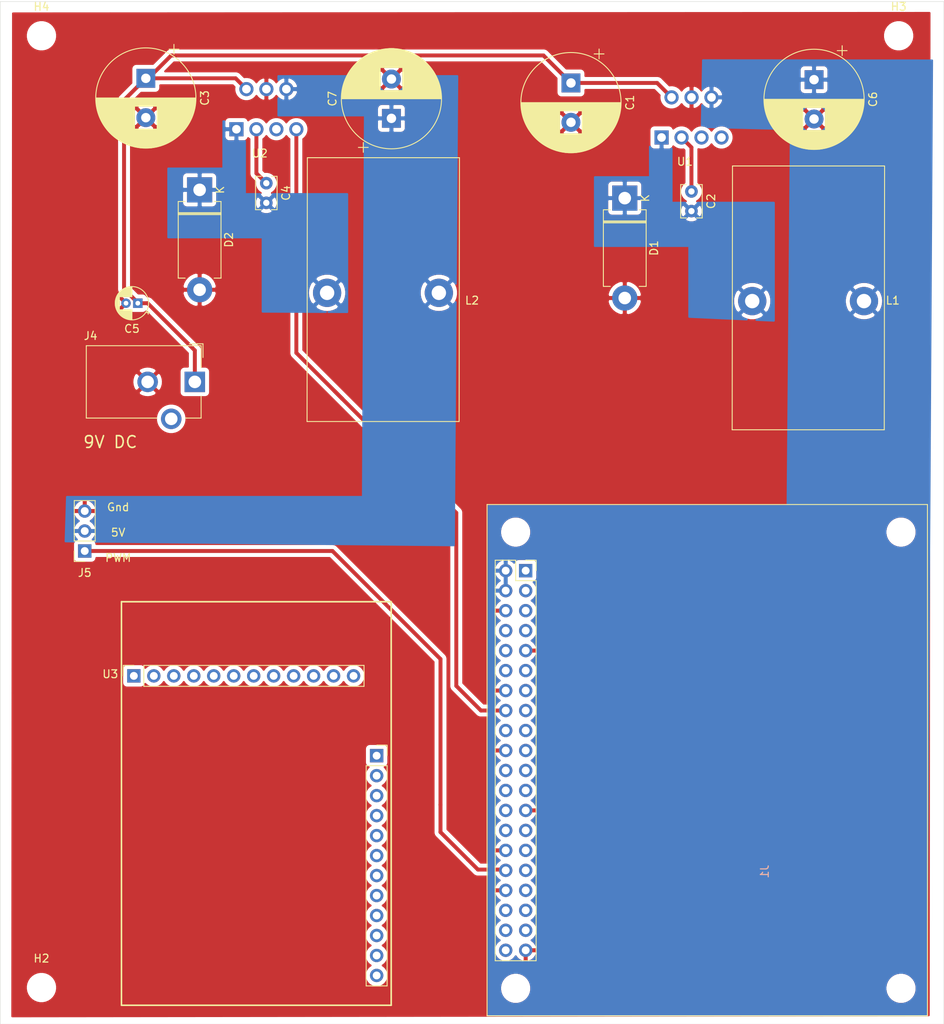
<source format=kicad_pcb>
(kicad_pcb (version 20171130) (host pcbnew "(5.1.9)-1")
  (layers (0 F.Cu signal) (31 B.Cu signal) (34 B.Paste user) (35 F.Paste user) (36 B.SilkS user) (37 F.SilkS user) (38 B.Mask user) (39 F.Mask user) (44 Edge.Cuts user))
  (net 0 "")
  (net 1 "Net-(J1-Pad40)")
  (net 2 "Net-(J1-Pad38)")
  (net 3 "Net-(J1-Pad37)")
  (net 4 "Net-(J1-Pad36)")
  (net 5 "Net-(J1-Pad35)")
  (net 6 "Net-(J1-Pad33)")
  (net 7 "Net-(J1-Pad31)")
  (net 8 "Net-(J1-Pad29)")
  (net 9 "Net-(J1-Pad28)")
  (net 10 "Net-(J1-Pad27)")
  (net 11 "Net-(J1-Pad26)")
  (net 12 "Net-(J1-Pad24)")
  (net 13 "Net-(J1-Pad23)")
  (net 14 "Net-(J1-Pad22)")
  (net 15 "Net-(J1-Pad21)")
  (net 16 "Net-(J1-Pad19)")
  (net 17 "Net-(J1-Pad18)")
  (net 18 "Net-(J1-Pad17)")
  (net 19 "Net-(J1-Pad15)")
  (net 20 "Net-(J1-Pad13)")
  (net 21 "Net-(J1-Pad12)")
  (net 22 "Net-(J1-Pad11)")
  (net 23 "Net-(J1-Pad10)")
  (net 24 "Net-(J1-Pad8)")
  (net 25 "Net-(J1-Pad7)")
  (net 26 "Net-(J1-Pad5)")
  (net 27 "Net-(J1-Pad3)")
  (net 28 "Net-(J1-Pad1)")
  (net 29 "Net-(J4-Pad3)")
  (net 30 /9V)
  (net 31 /V_servo)
  (net 32 GND)
  (net 33 /5V)
  (net 34 /PWM)
  (net 35 "Net-(U3-Pad3)")
  (net 36 "Net-(U3-Pad12)")
  (net 37 "Net-(U3-Pad4)")
  (net 38 "Net-(U3-Pad5)")
  (net 39 "Net-(U3-Pad11)")
  (net 40 "Net-(U3-Pad1)")
  (net 41 "Net-(U3-Pad8)")
  (net 42 "Net-(U3-Pad7)")
  (net 43 "Net-(U3-Pad6)")
  (net 44 "Net-(U3-Pad10)")
  (net 45 "Net-(U3-Pad9)")
  (net 46 "Net-(U3-Pad2)")
  (net 47 "Net-(U3-Pad15)")
  (net 48 "Net-(U3-Pad24)")
  (net 49 "Net-(U3-Pad16)")
  (net 50 "Net-(U3-Pad17)")
  (net 51 "Net-(U3-Pad23)")
  (net 52 "Net-(U3-Pad13)")
  (net 53 "Net-(U3-Pad20)")
  (net 54 "Net-(U3-Pad19)")
  (net 55 "Net-(U3-Pad18)")
  (net 56 "Net-(U3-Pad22)")
  (net 57 "Net-(U3-Pad21)")
  (net 58 "Net-(U3-Pad14)")
  (net 59 "Net-(C4-Pad2)")
  (net 60 "Net-(C2-Pad2)")
  (net 61 "Net-(C2-Pad1)")
  (net 62 "Net-(C4-Pad1)")
  (net 63 "Net-(U1-Pad7)")
  (net 64 "Net-(U1-Pad5)")
  (net 65 "Net-(U2-Pad5)")
  (net 66 /Servo_OnOff)
  (module controller:LM2676 (layer F.Cu) (at 64.87 72.46)
    (fp_text reference U2 (at -1.86 6.84) (layer F.SilkS))
    (fp_text value LM2676)
    (pad 6 thru_hole oval (at 1.52 -1.33) (size 1.8 1.8) (drill 1.1) (layers *.Cu *.Mask) (net 31 /V_servo))
    (pad 4 thru_hole oval (at -1.02 -1.33) (size 1.8 1.8) (drill 1.1) (layers *.Cu *.Mask) (net 32 GND))
    (pad 2 thru_hole oval (at -3.56 -1.33) (size 1.8 1.8) (drill 1.1) (layers *.Cu *.Mask) (net 30 /9V))
    (pad 5 thru_hole oval (at 0.25 3.77) (size 1.8 1.8) (drill 1.1) (layers *.Cu *.Mask) (net 65 "Net-(U2-Pad5)"))
    (pad 3 thru_hole oval (at -2.29 3.77) (size 1.8 1.8) (drill 1.1) (layers *.Cu *.Mask) (net 62 "Net-(C4-Pad1)"))
    (pad 1 thru_hole rect (at -4.83 3.77) (size 1.8 1.8) (drill 1.1) (layers *.Cu *.Mask) (net 59 "Net-(C4-Pad2)"))
    (pad 7 thru_hole oval (at 2.79 3.77) (size 1.8 1.8) (drill 1.1) (layers *.Cu *.Mask) (net 66 /Servo_OnOff))
  )
  (module controller:LM2676 (layer F.Cu) (at 118.93 73.51)
    (fp_text reference U1 (at -1.86 6.84) (layer F.SilkS))
    (fp_text value LM2676)
    (pad 6 thru_hole oval (at 1.52 -1.33) (size 1.8 1.8) (drill 1.1) (layers *.Cu *.Mask) (net 33 /5V))
    (pad 4 thru_hole oval (at -1.02 -1.33) (size 1.8 1.8) (drill 1.1) (layers *.Cu *.Mask) (net 32 GND))
    (pad 2 thru_hole oval (at -3.56 -1.33) (size 1.8 1.8) (drill 1.1) (layers *.Cu *.Mask) (net 30 /9V))
    (pad 5 thru_hole oval (at 0.25 3.77) (size 1.8 1.8) (drill 1.1) (layers *.Cu *.Mask) (net 64 "Net-(U1-Pad5)"))
    (pad 3 thru_hole oval (at -2.29 3.77) (size 1.8 1.8) (drill 1.1) (layers *.Cu *.Mask) (net 61 "Net-(C2-Pad1)"))
    (pad 1 thru_hole rect (at -4.83 3.77) (size 1.8 1.8) (drill 1.1) (layers *.Cu *.Mask) (net 60 "Net-(C2-Pad2)"))
    (pad 7 thru_hole oval (at 2.79 3.77) (size 1.8 1.8) (drill 1.1) (layers *.Cu *.Mask) (net 63 "Net-(U1-Pad7)"))
  )
  (module controller:Rpi_4 (layer B.Cu) (at 121.5 154.5)
    (fp_text reference J1 (at 5.713 16.0972 90) (layer B.SilkS) (effects (justify mirror)))
    (fp_text value Raspberry_Pi_2_3)
    (pad "" np_thru_hole circle (at 23.05 30.95 270) (size 2.7 2.7) (drill 2.7) (layers *.Cu *.Mask))
    (pad "" np_thru_hole circle (at 23.05 -27.05 270) (size 2.7 2.7) (drill 2.7) (layers *.Cu *.Mask))
    (pad "" np_thru_hole circle (at -25.95 30.95 270) (size 2.7 2.7) (drill 2.7) (layers *.Cu *.Mask))
    (pad "" np_thru_hole circle (at -25.95 -27.05 270) (size 2.7 2.7) (drill 2.7) (layers *.Cu *.Mask))
    (pad 24 thru_hole oval (at -27.22 5.79 180) (size 1.7 1.7) (drill 1) (layers *.Cu *.Mask) (net 12 "Net-(J1-Pad24)"))
    (pad 27 thru_hole oval (at -24.68 10.87 180) (size 1.7 1.7) (drill 1) (layers *.Cu *.Mask) (net 10 "Net-(J1-Pad27)"))
    (pad 15 thru_hole oval (at -24.68 -4.37 180) (size 1.7 1.7) (drill 1) (layers *.Cu *.Mask) (net 19 "Net-(J1-Pad15)"))
    (pad 35 thru_hole oval (at -24.68 21.03 180) (size 1.7 1.7) (drill 1) (layers *.Cu *.Mask) (net 5 "Net-(J1-Pad35)"))
    (pad 5 thru_hole oval (at -24.68 -17.07 180) (size 1.7 1.7) (drill 1) (layers *.Cu *.Mask) (net 26 "Net-(J1-Pad5)"))
    (pad 34 thru_hole oval (at -27.22 18.49 180) (size 1.7 1.7) (drill 1) (layers *.Cu *.Mask) (net 32 GND))
    (pad 36 thru_hole oval (at -27.22 21.03 180) (size 1.7 1.7) (drill 1) (layers *.Cu *.Mask) (net 4 "Net-(J1-Pad36)"))
    (pad 20 thru_hole oval (at -27.22 0.71 180) (size 1.7 1.7) (drill 1) (layers *.Cu *.Mask) (net 32 GND))
    (pad 25 thru_hole oval (at -24.68 8.33 180) (size 1.7 1.7) (drill 1) (layers *.Cu *.Mask) (net 32 GND))
    (pad 9 thru_hole oval (at -24.68 -11.99 180) (size 1.7 1.7) (drill 1) (layers *.Cu *.Mask) (net 32 GND))
    (pad 4 thru_hole oval (at -27.22 -19.61 180) (size 1.7 1.7) (drill 1) (layers *.Cu *.Mask) (net 33 /5V))
    (pad 16 thru_hole oval (at -27.22 -4.37 180) (size 1.7 1.7) (drill 1) (layers *.Cu *.Mask) (net 66 /Servo_OnOff))
    (pad 11 thru_hole oval (at -24.68 -9.45 180) (size 1.7 1.7) (drill 1) (layers *.Cu *.Mask) (net 22 "Net-(J1-Pad11)"))
    (pad 30 thru_hole oval (at -27.22 13.41 180) (size 1.7 1.7) (drill 1) (layers *.Cu *.Mask) (net 32 GND))
    (pad 28 thru_hole oval (at -27.22 10.87 180) (size 1.7 1.7) (drill 1) (layers *.Cu *.Mask) (net 9 "Net-(J1-Pad28)"))
    (pad 17 thru_hole oval (at -24.68 -1.83 180) (size 1.7 1.7) (drill 1) (layers *.Cu *.Mask) (net 18 "Net-(J1-Pad17)"))
    (pad 32 thru_hole oval (at -27.22 15.95 180) (size 1.7 1.7) (drill 1) (layers *.Cu *.Mask) (net 34 /PWM))
    (pad 2 thru_hole oval (at -27.22 -22.15 180) (size 1.7 1.7) (drill 1) (layers *.Cu *.Mask) (net 33 /5V))
    (pad 13 thru_hole oval (at -24.68 -6.91 180) (size 1.7 1.7) (drill 1) (layers *.Cu *.Mask) (net 20 "Net-(J1-Pad13)"))
    (pad 22 thru_hole oval (at -27.22 3.25 180) (size 1.7 1.7) (drill 1) (layers *.Cu *.Mask) (net 14 "Net-(J1-Pad22)"))
    (pad 3 thru_hole oval (at -24.68 -19.61 180) (size 1.7 1.7) (drill 1) (layers *.Cu *.Mask) (net 27 "Net-(J1-Pad3)"))
    (pad 12 thru_hole oval (at -27.22 -9.45 180) (size 1.7 1.7) (drill 1) (layers *.Cu *.Mask) (net 21 "Net-(J1-Pad12)"))
    (pad 31 thru_hole oval (at -24.68 15.95 180) (size 1.7 1.7) (drill 1) (layers *.Cu *.Mask) (net 7 "Net-(J1-Pad31)"))
    (pad 21 thru_hole oval (at -24.68 3.25 180) (size 1.7 1.7) (drill 1) (layers *.Cu *.Mask) (net 15 "Net-(J1-Pad21)"))
    (pad 18 thru_hole oval (at -27.22 -1.83 180) (size 1.7 1.7) (drill 1) (layers *.Cu *.Mask) (net 17 "Net-(J1-Pad18)"))
    (pad 19 thru_hole oval (at -24.68 0.71 180) (size 1.7 1.7) (drill 1) (layers *.Cu *.Mask) (net 16 "Net-(J1-Pad19)"))
    (pad 29 thru_hole oval (at -24.68 13.41 180) (size 1.7 1.7) (drill 1) (layers *.Cu *.Mask) (net 8 "Net-(J1-Pad29)"))
    (pad 7 thru_hole oval (at -24.68 -14.53 180) (size 1.7 1.7) (drill 1) (layers *.Cu *.Mask) (net 25 "Net-(J1-Pad7)"))
    (pad 40 thru_hole oval (at -27.22 26.11 180) (size 1.7 1.7) (drill 1) (layers *.Cu *.Mask) (net 1 "Net-(J1-Pad40)"))
    (pad 37 thru_hole oval (at -24.68 23.57 180) (size 1.7 1.7) (drill 1) (layers *.Cu *.Mask) (net 3 "Net-(J1-Pad37)"))
    (pad 10 thru_hole oval (at -27.22 -11.99 180) (size 1.7 1.7) (drill 1) (layers *.Cu *.Mask) (net 23 "Net-(J1-Pad10)"))
    (pad 33 thru_hole oval (at -24.68 18.49 180) (size 1.7 1.7) (drill 1) (layers *.Cu *.Mask) (net 6 "Net-(J1-Pad33)"))
    (pad 26 thru_hole oval (at -27.22 8.33 180) (size 1.7 1.7) (drill 1) (layers *.Cu *.Mask) (net 11 "Net-(J1-Pad26)"))
    (pad 39 thru_hole oval (at -24.68 26.11 180) (size 1.7 1.7) (drill 1) (layers *.Cu *.Mask) (net 32 GND))
    (pad 38 thru_hole oval (at -27.22 23.57 180) (size 1.7 1.7) (drill 1) (layers *.Cu *.Mask) (net 2 "Net-(J1-Pad38)"))
    (pad 8 thru_hole oval (at -27.22 -14.53 180) (size 1.7 1.7) (drill 1) (layers *.Cu *.Mask) (net 24 "Net-(J1-Pad8)"))
    (pad 14 thru_hole oval (at -27.22 -6.91 180) (size 1.7 1.7) (drill 1) (layers *.Cu *.Mask) (net 32 GND))
    (pad 1 thru_hole rect (at -24.68 -22.15 180) (size 1.7 1.7) (drill 1) (layers *.Cu *.Mask) (net 28 "Net-(J1-Pad1)"))
    (pad 6 thru_hole oval (at -27.22 -17.07 180) (size 1.7 1.7) (drill 1) (layers *.Cu *.Mask) (net 32 GND))
    (pad 23 thru_hole oval (at -24.68 5.79 180) (size 1.7 1.7) (drill 1) (layers *.Cu *.Mask) (net 13 "Net-(J1-Pad23)"))
  )
  (module controller:Emstat3 (layer F.Cu) (at 60.25 158.85)
    (fp_text reference U3 (at -16.25 -13.35 180) (layer F.SilkS))
    (fp_text value emstat3)
    (pad 3 thru_hole oval (at -8.175 -13.125 90) (size 1.7 1.7) (drill 1) (layers *.Cu *.Mask) (net 35 "Net-(U3-Pad3)"))
    (pad 12 thru_hole oval (at 14.685 -13.125 90) (size 1.7 1.7) (drill 1) (layers *.Cu *.Mask) (net 36 "Net-(U3-Pad12)"))
    (pad 4 thru_hole oval (at -5.635 -13.125 90) (size 1.7 1.7) (drill 1) (layers *.Cu *.Mask) (net 37 "Net-(U3-Pad4)"))
    (pad 5 thru_hole oval (at -3.095 -13.125 90) (size 1.7 1.7) (drill 1) (layers *.Cu *.Mask) (net 38 "Net-(U3-Pad5)"))
    (pad 11 thru_hole oval (at 12.145 -13.125 90) (size 1.7 1.7) (drill 1) (layers *.Cu *.Mask) (net 39 "Net-(U3-Pad11)"))
    (pad 1 thru_hole rect (at -13.255 -13.125 90) (size 1.7 1.7) (drill 1) (layers *.Cu *.Mask) (net 40 "Net-(U3-Pad1)"))
    (pad 8 thru_hole oval (at 4.525 -13.125 90) (size 1.7 1.7) (drill 1) (layers *.Cu *.Mask) (net 41 "Net-(U3-Pad8)"))
    (pad 7 thru_hole oval (at 1.985 -13.125 90) (size 1.7 1.7) (drill 1) (layers *.Cu *.Mask) (net 42 "Net-(U3-Pad7)"))
    (pad 6 thru_hole oval (at -0.555 -13.125 90) (size 1.7 1.7) (drill 1) (layers *.Cu *.Mask) (net 43 "Net-(U3-Pad6)"))
    (pad 10 thru_hole oval (at 9.605 -13.125 90) (size 1.7 1.7) (drill 1) (layers *.Cu *.Mask) (net 44 "Net-(U3-Pad10)"))
    (pad 9 thru_hole oval (at 7.065 -13.125 90) (size 1.7 1.7) (drill 1) (layers *.Cu *.Mask) (net 45 "Net-(U3-Pad9)"))
    (pad 2 thru_hole oval (at -10.715 -13.125 90) (size 1.7 1.7) (drill 1) (layers *.Cu *.Mask) (net 46 "Net-(U3-Pad2)"))
    (pad 15 thru_hole oval (at 17.62 2.1) (size 1.7 1.7) (drill 1) (layers *.Cu *.Mask) (net 47 "Net-(U3-Pad15)"))
    (pad 24 thru_hole oval (at 17.62 24.96) (size 1.7 1.7) (drill 1) (layers *.Cu *.Mask) (net 48 "Net-(U3-Pad24)"))
    (pad 16 thru_hole oval (at 17.62 4.64) (size 1.7 1.7) (drill 1) (layers *.Cu *.Mask) (net 49 "Net-(U3-Pad16)"))
    (pad 17 thru_hole oval (at 17.62 7.18) (size 1.7 1.7) (drill 1) (layers *.Cu *.Mask) (net 50 "Net-(U3-Pad17)"))
    (pad 23 thru_hole oval (at 17.62 22.42) (size 1.7 1.7) (drill 1) (layers *.Cu *.Mask) (net 51 "Net-(U3-Pad23)"))
    (pad 13 thru_hole rect (at 17.62 -2.98) (size 1.7 1.7) (drill 1) (layers *.Cu *.Mask) (net 52 "Net-(U3-Pad13)"))
    (pad 20 thru_hole oval (at 17.62 14.8) (size 1.7 1.7) (drill 1) (layers *.Cu *.Mask) (net 53 "Net-(U3-Pad20)"))
    (pad 19 thru_hole oval (at 17.62 12.26) (size 1.7 1.7) (drill 1) (layers *.Cu *.Mask) (net 54 "Net-(U3-Pad19)"))
    (pad 18 thru_hole oval (at 17.62 9.72) (size 1.7 1.7) (drill 1) (layers *.Cu *.Mask) (net 55 "Net-(U3-Pad18)"))
    (pad 22 thru_hole oval (at 17.62 19.88) (size 1.7 1.7) (drill 1) (layers *.Cu *.Mask) (net 56 "Net-(U3-Pad22)"))
    (pad 21 thru_hole oval (at 17.62 17.34) (size 1.7 1.7) (drill 1) (layers *.Cu *.Mask) (net 57 "Net-(U3-Pad21)"))
    (pad 14 thru_hole oval (at 17.62 -0.44) (size 1.7 1.7) (drill 1) (layers *.Cu *.Mask) (net 58 "Net-(U3-Pad14)"))
  )
  (module controller:HCTI-15-18.0 (layer F.Cu) (at 129.14 98.25 270)
    (fp_text reference L1 (at -0.25 -14.36 180) (layer F.SilkS))
    (fp_text value 17u)
    (pad 1 thru_hole circle (at -0.17 -10.7 270) (size 3.6 3.6) (drill 1.8288) (layers *.Cu *.Mask) (net 33 /5V))
    (pad 2 thru_hole circle (at -0.17 3.51 270) (size 3.6 3.6) (drill 1.8288) (layers *.Cu *.Mask) (net 60 "Net-(C2-Pad2)"))
  )
  (module controller:HCTI-15-18.0 (layer F.Cu) (at 75.08 97.2 270)
    (fp_text reference L2 (at 0.8 -14.92 180) (layer F.SilkS))
    (fp_text value 17u)
    (pad 1 thru_hole circle (at -0.17 -10.7 270) (size 3.6 3.6) (drill 1.8288) (layers *.Cu *.Mask) (net 31 /V_servo))
    (pad 2 thru_hole circle (at -0.17 3.51 270) (size 3.6 3.6) (drill 1.8288) (layers *.Cu *.Mask) (net 59 "Net-(C4-Pad2)"))
  )
  (module MountingHole:MountingHole_2.7mm_M2.5 (layer F.Cu) (at 144.25 64.35)
    (fp_text reference H3 (at 0 -3.7) (layer F.SilkS))
    (fp_text value MountingHole)
    (pad 1 np_thru_hole circle (at 0 0) (size 2.7 2.7) (drill 2.7) (layers *.Cu *.Mask))
  )
  (module Connector_PinSocket_2.54mm:PinSocket_1x03_P2.54mm_Vertical (layer F.Cu) (at 40.75 129.85 180)
    (fp_text reference J5 (at 0 -2.77) (layer F.SilkS))
    (fp_text value Servo)
    (pad 3 thru_hole oval (at 0 5.08 180) (size 1.7 1.7) (drill 1) (layers *.Cu *.Mask) (net 32 GND))
    (pad 2 thru_hole oval (at 0 2.54 180) (size 1.7 1.7) (drill 1) (layers *.Cu *.Mask) (net 31 /V_servo))
    (pad 1 thru_hole rect (at 0 0 180) (size 1.7 1.7) (drill 1) (layers *.Cu *.Mask) (net 34 /PWM))
  )
  (module Diode_THT:D_DO-201AD_P12.70mm_Horizontal (layer F.Cu) (at 109.42 84.99 270)
    (fp_text reference D1 (at 6.35 -3.72 90) (layer F.SilkS))
    (fp_text value 20V)
    (fp_text user K (at 0 -2.6 90) (layer F.SilkS))
    (pad 1 thru_hole rect (at 0 0 270) (size 3.2 3.2) (drill 1.6) (layers *.Cu *.Mask) (net 60 "Net-(C2-Pad2)"))
    (pad 2 thru_hole oval (at 12.7 0 270) (size 3.2 3.2) (drill 1.6) (layers *.Cu *.Mask) (net 32 GND))
  )
  (module Capacitor_THT:CP_Radial_D12.5mm_P5.00mm (layer F.Cu) (at 102.58 70.35 270)
    (fp_text reference C1 (at 2.5 -7.5 90) (layer F.SilkS))
    (fp_text value 820u)
    (pad 1 thru_hole rect (at 0 0 270) (size 2.4 2.4) (drill 1.2) (layers *.Cu *.Mask) (net 30 /9V))
    (pad 2 thru_hole circle (at 5 0 270) (size 2.4 2.4) (drill 1.2) (layers *.Cu *.Mask) (net 32 GND))
  )
  (module Capacitor_THT:C_Rect_L4.0mm_W2.5mm_P2.50mm (layer F.Cu) (at 117.9 84.14 270)
    (fp_text reference C2 (at 1.25 -2.5 90) (layer F.SilkS))
    (fp_text value 0.01u)
    (pad 1 thru_hole circle (at 0 0 270) (size 1.6 1.6) (drill 0.8) (layers *.Cu *.Mask) (net 61 "Net-(C2-Pad1)"))
    (pad 2 thru_hole circle (at 2.5 0 270) (size 1.6 1.6) (drill 0.8) (layers *.Cu *.Mask) (net 60 "Net-(C2-Pad2)"))
  )
  (module Capacitor_THT:CP_Radial_D12.5mm_P5.00mm (layer F.Cu) (at 133.49 69.93 270)
    (fp_text reference C6 (at 2.5 -7.5 90) (layer F.SilkS))
    (fp_text value 820u)
    (pad 1 thru_hole rect (at 0 0 270) (size 2.4 2.4) (drill 1.2) (layers *.Cu *.Mask) (net 33 /5V))
    (pad 2 thru_hole circle (at 5 0 270) (size 2.4 2.4) (drill 1.2) (layers *.Cu *.Mask) (net 32 GND))
  )
  (module MountingHole:MountingHole_2.7mm_M2.5 (layer F.Cu) (at 35.25 64.35)
    (fp_text reference H4 (at 0 -3.7) (layer F.SilkS))
    (fp_text value MountingHole)
    (pad 1 np_thru_hole circle (at 0 0) (size 2.7 2.7) (drill 2.7) (layers *.Cu *.Mask))
  )
  (module MountingHole:MountingHole_2.7mm_M2.5 (layer F.Cu) (at 35.25 185.35)
    (fp_text reference H2 (at 0 -3.7) (layer F.SilkS))
    (fp_text value MountingHole)
    (pad 1 np_thru_hole circle (at 0 0) (size 2.7 2.7) (drill 2.7) (layers *.Cu *.Mask))
  )
  (module Diode_THT:D_DO-201AD_P12.70mm_Horizontal (layer F.Cu) (at 55.36 83.94 270)
    (fp_text reference D2 (at 6.35 -3.72 90) (layer F.SilkS))
    (fp_text value 20V)
    (fp_text user K (at 0 -2.6 90) (layer F.SilkS))
    (pad 2 thru_hole oval (at 12.7 0 270) (size 3.2 3.2) (drill 1.6) (layers *.Cu *.Mask) (net 32 GND))
    (pad 1 thru_hole rect (at 0 0 270) (size 3.2 3.2) (drill 1.6) (layers *.Cu *.Mask) (net 59 "Net-(C4-Pad2)"))
  )
  (module Capacitor_THT:CP_Radial_D12.5mm_P5.00mm (layer F.Cu) (at 79.75 74.85 90)
    (fp_text reference C7 (at 2.5 -7.5 90) (layer F.SilkS))
    (fp_text value 820u)
    (pad 2 thru_hole circle (at 5 0 90) (size 2.4 2.4) (drill 1.2) (layers *.Cu *.Mask) (net 32 GND))
    (pad 1 thru_hole rect (at 0 0 90) (size 2.4 2.4) (drill 1.2) (layers *.Cu *.Mask) (net 31 /V_servo))
  )
  (module Capacitor_THT:C_Rect_L4.0mm_W2.5mm_P2.50mm (layer F.Cu) (at 63.84 83.09 270)
    (fp_text reference C4 (at 1.25 -2.5 90) (layer F.SilkS))
    (fp_text value 0.01u)
    (pad 2 thru_hole circle (at 2.5 0 270) (size 1.6 1.6) (drill 0.8) (layers *.Cu *.Mask) (net 59 "Net-(C4-Pad2)"))
    (pad 1 thru_hole circle (at 0 0 270) (size 1.6 1.6) (drill 0.8) (layers *.Cu *.Mask) (net 62 "Net-(C4-Pad1)"))
  )
  (module Capacitor_THT:CP_Radial_D12.5mm_P5.00mm (layer F.Cu) (at 48.52 69.76 270)
    (fp_text reference C3 (at 2.5 -7.5 90) (layer F.SilkS))
    (fp_text value 820u)
    (pad 2 thru_hole circle (at 5 0 270) (size 2.4 2.4) (drill 1.2) (layers *.Cu *.Mask) (net 32 GND))
    (pad 1 thru_hole rect (at 0 0 270) (size 2.4 2.4) (drill 1.2) (layers *.Cu *.Mask) (net 30 /9V))
  )
  (module Capacitor_THT:CP_Radial_D4.0mm_P1.50mm (layer F.Cu) (at 47.5 98.35 180)
    (fp_text reference C5 (at 0.75 -3.25) (layer F.SilkS))
    (fp_text value 10u)
    (pad 2 thru_hole circle (at 1.5 0 180) (size 1.2 1.2) (drill 0.6) (layers *.Cu *.Mask) (net 32 GND))
    (pad 1 thru_hole rect (at 0 0 180) (size 1.2 1.2) (drill 0.6) (layers *.Cu *.Mask) (net 30 /9V))
  )
  (module Connector_BarrelJack:BarrelJack_CUI_PJ-102AH_Horizontal (layer F.Cu) (at 54.75 108.35 270)
    (fp_text reference J4 (at -5.85 13.25) (layer F.SilkS))
    (fp_text value "9V Input")
    (pad 3 thru_hole circle (at 4.7 3 270) (size 2.6 2.6) (drill 1.6) (layers *.Cu *.Mask) (net 29 "Net-(J4-Pad3)"))
    (pad 2 thru_hole circle (at 0 6 270) (size 2.6 2.6) (drill 1.6) (layers *.Cu *.Mask) (net 32 GND))
    (pad 1 thru_hole rect (at 0 0 270) (size 2.6 2.6) (drill 1.6) (layers *.Cu *.Mask) (net 30 /9V))
  )
  (gr_text "Gnd\n\n5V\n\nPWM" (at 45 127.5) (layer F.SilkS) (effects (font (size 1 1))))
  (gr_text "9V DC" (at 44 116) (layer F.SilkS) (effects (font (size 1.5 1.5) (thickness 0.2))))
  (gr_line (start 150 60) (end 30 60) (layer Edge.Cuts) (width 0.05))
  (gr_line (start 150 190) (end 150 60) (layer Edge.Cuts) (width 0.05))
  (gr_line (start 30 190) (end 150 190) (layer Edge.Cuts) (width 0.05))
  (gr_line (start 30 60) (end 30 190) (layer Edge.Cuts) (width 0.05))
  (segment (start 59.94 69.76) (end 61.31 71.13) (width 0.5) (layer F.Cu) (net 30))
  (segment (start 48.52 69.76) (end 59.94 69.76) (width 0.5) (layer F.Cu) (net 30))
  (segment (start 113.54 70.35) (end 115.37 72.18) (width 0.5) (layer F.Cu) (net 30))
  (segment (start 102.58 70.35) (end 113.54 70.35) (width 0.5) (layer F.Cu) (net 30))
  (segment (start 48.52 69.76) (end 48.84 69.76) (width 0.5) (layer F.Cu) (net 30))
  (segment (start 48.84 69.76) (end 51.75 66.85) (width 0.5) (layer F.Cu) (net 30))
  (segment (start 99.08 66.85) (end 102.58 70.35) (width 0.5) (layer F.Cu) (net 30))
  (segment (start 51.75 66.85) (end 99.08 66.85) (width 0.5) (layer F.Cu) (net 30))
  (segment (start 45.75 72.53) (end 48.52 69.76) (width 0.5) (layer F.Cu) (net 30))
  (segment (start 54.75 104.35) (end 54.75 108.35) (width 0.5) (layer F.Cu) (net 30))
  (segment (start 48.75 98.35) (end 54.75 104.35) (width 0.5) (layer F.Cu) (net 30))
  (segment (start 47.5 98.35) (end 48.75 98.35) (width 0.5) (layer F.Cu) (net 30))
  (segment (start 47.5 98.295998) (end 47.5 98.35) (width 0.5) (layer F.Cu) (net 30))
  (segment (start 45.75 96.545998) (end 47.5 98.295998) (width 0.5) (layer F.Cu) (net 30))
  (segment (start 45.75 72.53) (end 45.75 96.545998) (width 0.5) (layer F.Cu) (net 30))
  (segment (start 85.99 165.59) (end 85.99 162.11) (width 0.5) (layer F.Cu) (net 34))
  (segment (start 85.99 162.11) (end 85.99 143.59) (width 0.5) (layer F.Cu) (net 34))
  (segment (start 90.75 170.35) (end 89.5 169.1) (width 0.5) (layer F.Cu) (net 34))
  (segment (start 89.5 169.1) (end 85.99 165.59) (width 0.5) (layer F.Cu) (net 34))
  (segment (start 93.98 170.35) (end 90.75 170.35) (width 0.5) (layer F.Cu) (net 34))
  (segment (start 72.25 129.85) (end 77.2 134.8) (width 0.5) (layer F.Cu) (net 34))
  (segment (start 40.75 129.85) (end 72.25 129.85) (width 0.5) (layer F.Cu) (net 34))
  (segment (start 77.2 134.8) (end 85.99 143.59) (width 0.5) (layer F.Cu) (net 34))
  (segment (start 117.9 78.54) (end 116.64 77.28) (width 0.5) (layer F.Cu) (net 61))
  (segment (start 117.9 84.14) (end 117.9 78.54) (width 0.5) (layer F.Cu) (net 61))
  (segment (start 62.58 81.83) (end 63.84 83.09) (width 0.5) (layer F.Cu) (net 62))
  (segment (start 62.58 76.23) (end 62.58 81.83) (width 0.5) (layer F.Cu) (net 62))
  (segment (start 94.28 150.13) (end 91.13 150.13) (width 0.5) (layer F.Cu) (net 66))
  (segment (start 91.13 150.13) (end 88 147) (width 0.5) (layer F.Cu) (net 66))
  (segment (start 88 147) (end 88 125) (width 0.5) (layer F.Cu) (net 66))
  (segment (start 67.66 104.66) (end 73.5 110.5) (width 0.5) (layer F.Cu) (net 66))
  (segment (start 67.66 76.23) (end 67.66 104.66) (width 0.5) (layer F.Cu) (net 66))
  (segment (start 73.5 110.5) (end 72.5 109.5) (width 0.5) (layer F.Cu) (net 66))
  (segment (start 88 125) (end 73.5 110.5) (width 0.5) (layer F.Cu) (net 66))
  (zone (net 59) (net_name "Net-(C4-Pad2)") (layer B.Cu) (connect_pads (clearance 0.508)) (min_thickness 0.254) (fill yes (arc_segments 32) (thermal_gap 0.508) (thermal_bridge_width 0.508))
    (polygon (pts (xy 61.25 84.35) (xy 74.25 84.35) (xy 74.25 99.6) (xy 63.25 99.55) (xy 63.25 90.1) (xy 51.25 90.1) (xy 51.25 81.1) (xy 58.25 81.1) (xy 58.25 75.1) (xy 61.25 75.1)))
  )
  (zone (net 31) (net_name /V_servo) (layer B.Cu) (connect_pads (clearance 0.508)) (min_thickness 0.254) (fill yes (arc_segments 32) (thermal_gap 0.508) (thermal_bridge_width 0.508))
    (polygon (pts (xy 38.375 122.85) (xy 76 122.85) (xy 76.25 74.6) (xy 65.25 74.6) (xy 65.25 69.35) (xy 88.25 69.35) (xy 87.8125 129.25) (xy 38.1875 128.75)))
  )
  (zone (net 32) (net_name GND) (layer F.Cu) (connect_pads (clearance 0.508)) (min_thickness 0.254) (fill yes (arc_segments 32) (thermal_gap 0.508) (thermal_bridge_width 0.508))
    (polygon (pts (xy 148.298436 61.31875) (xy 148.201566 189) (xy 31.411253 189.13125) (xy 31.508123 61.38125)))
  )
  (zone (net 60) (net_name "Net-(C2-Pad2)") (layer B.Cu) (connect_pads (clearance 0.508)) (min_thickness 0.254) (fill yes (arc_segments 32) (thermal_gap 0.508) (thermal_bridge_width 0.508))
    (polygon (pts (xy 115.5 85.45) (xy 128.5 85.45) (xy 128.5 100.7) (xy 117.5 100.2) (xy 117.5 91.2) (xy 105.5 91.2) (xy 105.5 82.2) (xy 112.5 82.2) (xy 112.5 76.2) (xy 115.5 76.2)))
  )
  (zone (net 33) (net_name /5V) (layer B.Cu) (connect_pads (clearance 0.508)) (min_thickness 0.254) (fill yes (arc_segments 32) (thermal_gap 0.508) (thermal_bridge_width 0.508))
    (polygon (pts (xy 92 124) (xy 130 124) (xy 130.414831 76.3375) (xy 119.085169 76.0625) (xy 119.25 67.3375) (xy 148.625 67.3625) (xy 147.90625 189) (xy 92 189)))
  )
)
</source>
